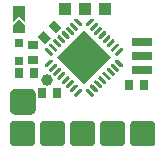
<source format=gts>
G04 DipTrace Beta 2.3.5.2*
%INOpenSky_NoLDO.GTS*%
%MOIN*%
%ADD20R,0.0276X0.0354*%
%ADD22R,0.0315X0.0315*%
%ADD23R,0.0394X0.0394*%
%ADD24R,0.0354X0.0276*%
%ADD25C,0.0394*%
%FSLAX44Y44*%
G04*
G70*
G90*
G75*
G01*
%LNTopMask*%
%LPD*%
G36*
X390Y4481D2*
X595Y4277D1*
Y4823D1*
X185D1*
Y4277D1*
X390Y4481D1*
G37*
G36*
X185Y3918D2*
Y4191D1*
X390Y4395D1*
X595Y4191D1*
Y3918D1*
X185D1*
G37*
D20*
X4570Y2200D3*
X4058D3*
X1144Y1916D3*
X1656D3*
D22*
X390Y3590D3*
Y2999D3*
G36*
X795Y1205D2*
X245D1*
X229Y1206D1*
X214Y1208D1*
X199Y1212D1*
X184Y1218D1*
X170Y1225D1*
X157Y1234D1*
X145Y1244D1*
X134Y1255D1*
X124Y1267D1*
X115Y1280D1*
X108Y1294D1*
X102Y1309D1*
X98Y1324D1*
X96Y1339D1*
X95Y1355D1*
Y1905D1*
X96Y1921D1*
X98Y1936D1*
X102Y1951D1*
X108Y1966D1*
X115Y1980D1*
X124Y1993D1*
X134Y2005D1*
X145Y2016D1*
X157Y2026D1*
X170Y2035D1*
X184Y2042D1*
X199Y2048D1*
X214Y2052D1*
X229Y2054D1*
X245Y2055D1*
X795D1*
X811Y2054D1*
X826Y2052D1*
X841Y2048D1*
X856Y2042D1*
X870Y2035D1*
X883Y2026D1*
X895Y2016D1*
X906Y2005D1*
X916Y1993D1*
X925Y1980D1*
X932Y1966D1*
X938Y1951D1*
X942Y1936D1*
X944Y1921D1*
X945Y1905D1*
Y1355D1*
X944Y1339D1*
X942Y1324D1*
X938Y1309D1*
X932Y1294D1*
X925Y1280D1*
X916Y1267D1*
X906Y1255D1*
X895Y1244D1*
X883Y1234D1*
X870Y1225D1*
X856Y1218D1*
X841Y1212D1*
X826Y1208D1*
X811Y1206D1*
X795Y1205D1*
G37*
D23*
X2580Y4720D3*
X3270D3*
G36*
X85Y295D2*
Y845D1*
X86Y861D1*
X88Y876D1*
X92Y891D1*
X98Y906D1*
X105Y920D1*
X114Y933D1*
X124Y945D1*
X135Y956D1*
X147Y966D1*
X160Y975D1*
X174Y982D1*
X189Y988D1*
X204Y992D1*
X219Y994D1*
X235Y995D1*
X785D1*
X801Y994D1*
X816Y992D1*
X831Y988D1*
X846Y982D1*
X860Y975D1*
X873Y966D1*
X885Y956D1*
X896Y945D1*
X906Y933D1*
X915Y920D1*
X922Y906D1*
X928Y891D1*
X932Y876D1*
X934Y861D1*
X935Y845D1*
Y295D1*
X934Y279D1*
X932Y264D1*
X928Y249D1*
X922Y234D1*
X915Y220D1*
X906Y207D1*
X896Y195D1*
X885Y184D1*
X873Y174D1*
X860Y165D1*
X846Y158D1*
X831Y152D1*
X816Y148D1*
X801Y146D1*
X785Y145D1*
X235D1*
X219Y146D1*
X204Y148D1*
X189Y152D1*
X174Y158D1*
X160Y165D1*
X147Y174D1*
X135Y184D1*
X124Y195D1*
X114Y207D1*
X105Y220D1*
X98Y234D1*
X92Y249D1*
X88Y264D1*
X86Y279D1*
X85Y295D1*
G37*
G36*
X1785Y145D2*
X1235D1*
X1219Y146D1*
X1204Y148D1*
X1189Y152D1*
X1174Y158D1*
X1160Y165D1*
X1147Y174D1*
X1135Y184D1*
X1124Y195D1*
X1114Y207D1*
X1105Y220D1*
X1098Y234D1*
X1092Y249D1*
X1088Y264D1*
X1086Y279D1*
X1085Y295D1*
Y845D1*
X1086Y861D1*
X1088Y876D1*
X1092Y891D1*
X1098Y906D1*
X1105Y920D1*
X1114Y933D1*
X1124Y945D1*
X1135Y956D1*
X1147Y966D1*
X1160Y975D1*
X1174Y982D1*
X1189Y988D1*
X1204Y992D1*
X1219Y994D1*
X1235Y995D1*
X1785D1*
X1801Y994D1*
X1816Y992D1*
X1831Y988D1*
X1846Y982D1*
X1860Y975D1*
X1873Y966D1*
X1885Y956D1*
X1896Y945D1*
X1906Y933D1*
X1915Y920D1*
X1922Y906D1*
X1928Y891D1*
X1932Y876D1*
X1934Y861D1*
X1935Y845D1*
Y295D1*
X1934Y279D1*
X1932Y264D1*
X1928Y249D1*
X1922Y234D1*
X1915Y220D1*
X1906Y207D1*
X1896Y195D1*
X1885Y184D1*
X1873Y174D1*
X1860Y165D1*
X1846Y158D1*
X1831Y152D1*
X1816Y148D1*
X1801Y146D1*
X1785Y145D1*
G37*
G36*
X2085Y845D2*
Y295D1*
X2086Y279D1*
X2088Y264D1*
X2092Y249D1*
X2098Y234D1*
X2105Y220D1*
X2114Y207D1*
X2124Y195D1*
X2135Y184D1*
X2147Y174D1*
X2160Y165D1*
X2174Y158D1*
X2189Y152D1*
X2204Y148D1*
X2219Y146D1*
X2235Y145D1*
X2785D1*
X2801Y146D1*
X2816Y148D1*
X2831Y152D1*
X2846Y158D1*
X2860Y165D1*
X2873Y174D1*
X2885Y184D1*
X2896Y195D1*
X2906Y207D1*
X2915Y220D1*
X2922Y234D1*
X2928Y249D1*
X2932Y264D1*
X2934Y279D1*
X2935Y295D1*
Y845D1*
X2934Y861D1*
X2932Y876D1*
X2928Y891D1*
X2922Y906D1*
X2915Y920D1*
X2906Y933D1*
X2896Y945D1*
X2885Y956D1*
X2873Y966D1*
X2860Y975D1*
X2846Y982D1*
X2831Y988D1*
X2816Y992D1*
X2801Y994D1*
X2785Y995D1*
X2235D1*
X2219Y994D1*
X2204Y992D1*
X2189Y988D1*
X2174Y982D1*
X2160Y975D1*
X2147Y966D1*
X2135Y956D1*
X2124Y945D1*
X2114Y933D1*
X2105Y920D1*
X2098Y906D1*
X2092Y891D1*
X2088Y876D1*
X2086Y861D1*
X2085Y845D1*
G37*
G36*
X3235Y145D2*
X3785D1*
X3801Y146D1*
X3816Y148D1*
X3831Y152D1*
X3846Y158D1*
X3860Y165D1*
X3873Y174D1*
X3885Y184D1*
X3896Y195D1*
X3906Y207D1*
X3915Y220D1*
X3922Y234D1*
X3928Y249D1*
X3932Y264D1*
X3934Y279D1*
X3935Y295D1*
Y845D1*
X3934Y861D1*
X3932Y876D1*
X3928Y891D1*
X3922Y906D1*
X3915Y920D1*
X3906Y933D1*
X3896Y945D1*
X3885Y956D1*
X3873Y966D1*
X3860Y975D1*
X3846Y982D1*
X3831Y988D1*
X3816Y992D1*
X3801Y994D1*
X3785Y995D1*
X3235D1*
X3219Y994D1*
X3204Y992D1*
X3189Y988D1*
X3174Y982D1*
X3160Y975D1*
X3147Y966D1*
X3135Y956D1*
X3124Y945D1*
X3114Y933D1*
X3105Y920D1*
X3098Y906D1*
X3092Y891D1*
X3088Y876D1*
X3086Y861D1*
X3085Y845D1*
Y295D1*
X3086Y279D1*
X3088Y264D1*
X3092Y249D1*
X3098Y234D1*
X3105Y220D1*
X3114Y207D1*
X3124Y195D1*
X3135Y184D1*
X3147Y174D1*
X3160Y165D1*
X3174Y158D1*
X3189Y152D1*
X3204Y148D1*
X3219Y146D1*
X3235Y145D1*
G37*
G36*
X4239D2*
X4789D1*
X4805Y146D1*
X4820Y148D1*
X4835Y152D1*
X4850Y158D1*
X4864Y165D1*
X4877Y174D1*
X4889Y184D1*
X4900Y195D1*
X4910Y207D1*
X4919Y220D1*
X4926Y234D1*
X4932Y249D1*
X4936Y264D1*
X4938Y279D1*
X4939Y295D1*
Y845D1*
X4938Y861D1*
X4936Y876D1*
X4932Y891D1*
X4926Y906D1*
X4919Y920D1*
X4910Y933D1*
X4900Y945D1*
X4889Y956D1*
X4877Y966D1*
X4864Y975D1*
X4850Y982D1*
X4835Y988D1*
X4820Y992D1*
X4805Y994D1*
X4789Y995D1*
X4239D1*
X4223Y994D1*
X4208Y992D1*
X4193Y988D1*
X4178Y982D1*
X4164Y975D1*
X4151Y966D1*
X4139Y956D1*
X4127Y945D1*
X4118Y933D1*
X4109Y920D1*
X4102Y906D1*
X4096Y891D1*
X4092Y876D1*
X4090Y861D1*
X4089Y845D1*
Y295D1*
X4090Y279D1*
X4092Y264D1*
X4096Y249D1*
X4102Y234D1*
X4109Y220D1*
X4118Y207D1*
X4127Y195D1*
X4139Y184D1*
X4151Y174D1*
X4164Y165D1*
X4178Y158D1*
X4193Y152D1*
X4208Y148D1*
X4223Y146D1*
X4239Y145D1*
G37*
D20*
X890Y2590D3*
X378D3*
D24*
X850Y3530D3*
Y3018D3*
G36*
X997Y3798D2*
X1192Y3993D1*
X1443Y3742D1*
X1248Y3547D1*
X997Y3798D1*
G37*
G36*
X1359Y4160D2*
X1554Y4355D1*
X1805Y4104D1*
X1610Y3909D1*
X1359Y4160D1*
G37*
D25*
X1320Y2360D3*
D23*
X1920Y4720D3*
G36*
X2785Y1819D2*
X2807Y1805D1*
X2833Y1802D1*
X2858Y1811D1*
X2877Y1830D1*
X2885Y1854D1*
X2882Y1880D1*
X2868Y1903D1*
X2715Y2056D1*
X2693Y2070D1*
X2667Y2073D1*
X2642Y2064D1*
X2623Y2045D1*
X2615Y2021D1*
X2618Y1995D1*
X2632Y1972D1*
X2785Y1819D1*
G37*
G36*
X2924Y1958D2*
X2946Y1944D1*
X2972Y1941D1*
X2997Y1950D1*
X3016Y1969D1*
X3024Y1994D1*
X3021Y2020D1*
X3008Y2042D1*
X2854Y2195D1*
X2832Y2209D1*
X2806Y2212D1*
X2781Y2203D1*
X2763Y2185D1*
X2754Y2160D1*
X2757Y2134D1*
X2771Y2111D1*
X2924Y1958D1*
G37*
G36*
X3063Y2098D2*
X3085Y2084D1*
X3112Y2081D1*
X3136Y2089D1*
X3155Y2108D1*
X3164Y2133D1*
X3161Y2159D1*
X3147Y2181D1*
X2994Y2334D1*
X2971Y2348D1*
X2945Y2351D1*
X2920Y2342D1*
X2902Y2324D1*
X2893Y2299D1*
X2896Y2273D1*
X2910Y2251D1*
X3063Y2098D1*
G37*
G36*
X3202Y2237D2*
X3225Y2223D1*
X3251Y2220D1*
X3276Y2229D1*
X3294Y2247D1*
X3303Y2272D1*
X3300Y2298D1*
X3286Y2320D1*
X3133Y2473D1*
X3111Y2487D1*
X3084Y2490D1*
X3060Y2482D1*
X3041Y2463D1*
X3032Y2438D1*
X3035Y2412D1*
X3049Y2390D1*
X3202Y2237D1*
G37*
G36*
X3342Y2376D2*
X3364Y2362D1*
X3390Y2359D1*
X3415Y2368D1*
X3433Y2386D1*
X3442Y2411D1*
X3439Y2437D1*
X3425Y2459D1*
X3272Y2613D1*
X3250Y2627D1*
X3224Y2630D1*
X3199Y2621D1*
X3180Y2602D1*
X3172Y2577D1*
X3174Y2551D1*
X3188Y2529D1*
X3342Y2376D1*
G37*
G36*
X3481Y2515D2*
X3503Y2501D1*
X3529Y2498D1*
X3554Y2507D1*
X3573Y2525D1*
X3581Y2550D1*
X3578Y2576D1*
X3564Y2599D1*
X3411Y2752D1*
X3389Y2766D1*
X3363Y2769D1*
X3338Y2760D1*
X3319Y2741D1*
X3311Y2717D1*
X3314Y2691D1*
X3328Y2668D1*
X3481Y2515D1*
G37*
G36*
X3620Y2654D2*
X3642Y2640D1*
X3668Y2637D1*
X3693Y2646D1*
X3712Y2665D1*
X3720Y2689D1*
X3717Y2716D1*
X3703Y2738D1*
X3550Y2891D1*
X3528Y2905D1*
X3502Y2908D1*
X3477Y2899D1*
X3459Y2881D1*
X3450Y2856D1*
X3453Y2830D1*
X3467Y2807D1*
X3620Y2654D1*
G37*
G36*
X3759Y2794D2*
X3781Y2780D1*
X3808Y2777D1*
X3832Y2785D1*
X3851Y2804D1*
X3860Y2829D1*
X3857Y2855D1*
X3843Y2877D1*
X3690Y3030D1*
X3667Y3044D1*
X3641Y3047D1*
X3616Y3038D1*
X3598Y3020D1*
X3589Y2995D1*
X3592Y2969D1*
X3606Y2947D1*
X3759Y2794D1*
G37*
G36*
X3843Y3336D2*
X3857Y3359D1*
X3860Y3385D1*
X3851Y3410D1*
X3832Y3428D1*
X3808Y3437D1*
X3781Y3434D1*
X3759Y3420D1*
X3606Y3267D1*
X3592Y3245D1*
X3589Y3218D1*
X3598Y3194D1*
X3616Y3175D1*
X3641Y3166D1*
X3667Y3169D1*
X3690Y3183D1*
X3843Y3336D1*
G37*
G36*
X3703Y3476D2*
X3717Y3498D1*
X3720Y3524D1*
X3712Y3549D1*
X3693Y3567D1*
X3668Y3576D1*
X3642Y3573D1*
X3620Y3559D1*
X3467Y3406D1*
X3453Y3384D1*
X3450Y3358D1*
X3459Y3333D1*
X3477Y3314D1*
X3502Y3306D1*
X3528Y3308D1*
X3550Y3322D1*
X3703Y3476D1*
G37*
G36*
X3564Y3615D2*
X3578Y3637D1*
X3581Y3663D1*
X3573Y3688D1*
X3554Y3707D1*
X3529Y3715D1*
X3503Y3712D1*
X3481Y3698D1*
X3328Y3545D1*
X3314Y3523D1*
X3311Y3497D1*
X3319Y3472D1*
X3338Y3453D1*
X3363Y3445D1*
X3389Y3448D1*
X3411Y3462D1*
X3564Y3615D1*
G37*
G36*
X3425Y3754D2*
X3439Y3776D1*
X3442Y3802D1*
X3433Y3827D1*
X3415Y3846D1*
X3390Y3854D1*
X3364Y3851D1*
X3342Y3837D1*
X3188Y3684D1*
X3174Y3662D1*
X3172Y3636D1*
X3180Y3611D1*
X3199Y3593D1*
X3224Y3584D1*
X3250Y3587D1*
X3272Y3601D1*
X3425Y3754D1*
G37*
G36*
X3286Y3893D2*
X3300Y3915D1*
X3303Y3942D1*
X3294Y3966D1*
X3276Y3985D1*
X3251Y3994D1*
X3225Y3991D1*
X3202Y3977D1*
X3049Y3824D1*
X3035Y3801D1*
X3032Y3775D1*
X3041Y3750D1*
X3060Y3732D1*
X3084Y3723D1*
X3111Y3726D1*
X3133Y3740D1*
X3286Y3893D1*
G37*
G36*
X3147Y4032D2*
X3161Y4055D1*
X3164Y4081D1*
X3155Y4106D1*
X3136Y4124D1*
X3112Y4133D1*
X3085Y4130D1*
X3063Y4116D1*
X2910Y3963D1*
X2896Y3941D1*
X2893Y3914D1*
X2902Y3890D1*
X2920Y3871D1*
X2945Y3862D1*
X2971Y3865D1*
X2994Y3879D1*
X3147Y4032D1*
G37*
G36*
X3008Y4172D2*
X3021Y4194D1*
X3024Y4220D1*
X3016Y4245D1*
X2997Y4263D1*
X2972Y4272D1*
X2946Y4269D1*
X2924Y4255D1*
X2771Y4102D1*
X2757Y4080D1*
X2754Y4054D1*
X2763Y4029D1*
X2781Y4010D1*
X2806Y4002D1*
X2832Y4004D1*
X2854Y4018D1*
X3008Y4172D1*
G37*
G36*
X2868Y4311D2*
X2882Y4333D1*
X2885Y4359D1*
X2877Y4384D1*
X2858Y4403D1*
X2833Y4411D1*
X2807Y4408D1*
X2785Y4394D1*
X2632Y4241D1*
X2618Y4219D1*
X2615Y4193D1*
X2623Y4168D1*
X2642Y4149D1*
X2667Y4141D1*
X2693Y4144D1*
X2715Y4158D1*
X2868Y4311D1*
G37*
G36*
X2395Y4158D2*
X2417Y4144D1*
X2443Y4141D1*
X2468Y4149D1*
X2487Y4168D1*
X2495Y4193D1*
X2493Y4219D1*
X2479Y4241D1*
X2325Y4394D1*
X2303Y4408D1*
X2277Y4411D1*
X2252Y4403D1*
X2234Y4384D1*
X2225Y4359D1*
X2228Y4333D1*
X2242Y4311D1*
X2395Y4158D1*
G37*
G36*
X2256Y4018D2*
X2278Y4004D1*
X2304Y4002D1*
X2329Y4010D1*
X2348Y4029D1*
X2356Y4054D1*
X2353Y4080D1*
X2339Y4102D1*
X2186Y4255D1*
X2164Y4269D1*
X2138Y4272D1*
X2113Y4263D1*
X2095Y4245D1*
X2086Y4220D1*
X2089Y4194D1*
X2103Y4172D1*
X2256Y4018D1*
G37*
G36*
X2117Y3879D2*
X2139Y3865D1*
X2165Y3862D1*
X2190Y3871D1*
X2208Y3890D1*
X2217Y3914D1*
X2214Y3941D1*
X2200Y3963D1*
X2047Y4116D1*
X2025Y4130D1*
X1999Y4133D1*
X1974Y4124D1*
X1955Y4106D1*
X1947Y4081D1*
X1950Y4055D1*
X1964Y4032D1*
X2117Y3879D1*
G37*
G36*
X1977Y3740D2*
X2000Y3726D1*
X2026Y3723D1*
X2051Y3732D1*
X2069Y3750D1*
X2078Y3775D1*
X2075Y3801D1*
X2061Y3824D1*
X1908Y3977D1*
X1886Y3991D1*
X1860Y3994D1*
X1835Y3985D1*
X1816Y3966D1*
X1807Y3942D1*
X1810Y3915D1*
X1824Y3893D1*
X1977Y3740D1*
G37*
G36*
X1838Y3601D2*
X1861Y3587D1*
X1887Y3584D1*
X1911Y3593D1*
X1930Y3611D1*
X1939Y3636D1*
X1936Y3662D1*
X1922Y3684D1*
X1769Y3837D1*
X1746Y3851D1*
X1720Y3854D1*
X1696Y3846D1*
X1677Y3827D1*
X1668Y3802D1*
X1671Y3776D1*
X1685Y3754D1*
X1838Y3601D1*
G37*
G36*
X1699Y3462D2*
X1721Y3448D1*
X1747Y3445D1*
X1772Y3453D1*
X1791Y3472D1*
X1800Y3497D1*
X1797Y3523D1*
X1783Y3545D1*
X1629Y3698D1*
X1607Y3712D1*
X1581Y3715D1*
X1556Y3707D1*
X1538Y3688D1*
X1529Y3663D1*
X1532Y3637D1*
X1546Y3615D1*
X1699Y3462D1*
G37*
G36*
X1560Y3322D2*
X1582Y3308D1*
X1608Y3306D1*
X1633Y3314D1*
X1652Y3333D1*
X1660Y3358D1*
X1657Y3384D1*
X1643Y3406D1*
X1490Y3559D1*
X1468Y3573D1*
X1442Y3576D1*
X1417Y3567D1*
X1399Y3549D1*
X1390Y3524D1*
X1393Y3498D1*
X1407Y3476D1*
X1560Y3322D1*
G37*
G36*
X1421Y3183D2*
X1443Y3169D1*
X1469Y3166D1*
X1494Y3175D1*
X1512Y3194D1*
X1521Y3218D1*
X1518Y3245D1*
X1504Y3267D1*
X1351Y3420D1*
X1329Y3434D1*
X1303Y3437D1*
X1278Y3428D1*
X1259Y3410D1*
X1251Y3385D1*
X1254Y3359D1*
X1268Y3336D1*
X1421Y3183D1*
G37*
G36*
X1504Y2947D2*
X1518Y2969D1*
X1521Y2995D1*
X1512Y3020D1*
X1494Y3038D1*
X1469Y3047D1*
X1443Y3044D1*
X1421Y3030D1*
X1268Y2877D1*
X1254Y2855D1*
X1251Y2829D1*
X1259Y2804D1*
X1278Y2785D1*
X1303Y2777D1*
X1329Y2780D1*
X1351Y2794D1*
X1504Y2947D1*
G37*
G36*
X1643Y2807D2*
X1657Y2830D1*
X1660Y2856D1*
X1652Y2881D1*
X1633Y2899D1*
X1608Y2908D1*
X1582Y2905D1*
X1560Y2891D1*
X1407Y2738D1*
X1393Y2716D1*
X1390Y2689D1*
X1399Y2665D1*
X1417Y2646D1*
X1442Y2637D1*
X1468Y2640D1*
X1490Y2654D1*
X1643Y2807D1*
G37*
G36*
X1783Y2668D2*
X1797Y2691D1*
X1800Y2717D1*
X1791Y2741D1*
X1772Y2760D1*
X1747Y2769D1*
X1721Y2766D1*
X1699Y2752D1*
X1546Y2599D1*
X1532Y2576D1*
X1529Y2550D1*
X1538Y2525D1*
X1556Y2507D1*
X1581Y2498D1*
X1607Y2501D1*
X1629Y2515D1*
X1783Y2668D1*
G37*
G36*
X1922Y2529D2*
X1936Y2551D1*
X1939Y2577D1*
X1930Y2602D1*
X1911Y2621D1*
X1887Y2630D1*
X1861Y2627D1*
X1838Y2613D1*
X1685Y2459D1*
X1671Y2437D1*
X1668Y2411D1*
X1677Y2386D1*
X1696Y2368D1*
X1720Y2359D1*
X1746Y2362D1*
X1769Y2376D1*
X1922Y2529D1*
G37*
G36*
X2061Y2390D2*
X2075Y2412D1*
X2078Y2438D1*
X2069Y2463D1*
X2051Y2482D1*
X2026Y2490D1*
X2000Y2487D1*
X1977Y2473D1*
X1824Y2320D1*
X1810Y2298D1*
X1807Y2272D1*
X1816Y2247D1*
X1835Y2229D1*
X1860Y2220D1*
X1886Y2223D1*
X1908Y2237D1*
X2061Y2390D1*
G37*
G36*
X2200Y2251D2*
X2214Y2273D1*
X2217Y2299D1*
X2208Y2324D1*
X2190Y2342D1*
X2165Y2351D1*
X2139Y2348D1*
X2117Y2334D1*
X1964Y2181D1*
X1950Y2159D1*
X1947Y2133D1*
X1955Y2108D1*
X1974Y2089D1*
X1999Y2081D1*
X2025Y2084D1*
X2047Y2098D1*
X2200Y2251D1*
G37*
G36*
X2339Y2111D2*
X2353Y2134D1*
X2356Y2160D1*
X2348Y2185D1*
X2329Y2203D1*
X2304Y2212D1*
X2278Y2209D1*
X2256Y2195D1*
X2103Y2042D1*
X2089Y2020D1*
X2086Y1994D1*
X2095Y1969D1*
X2113Y1950D1*
X2138Y1941D1*
X2164Y1944D1*
X2186Y1958D1*
X2339Y2111D1*
G37*
G36*
X2479Y1972D2*
X2493Y1995D1*
X2495Y2021D1*
X2487Y2045D1*
X2468Y2064D1*
X2443Y2073D1*
X2417Y2070D1*
X2395Y2056D1*
X2242Y1903D1*
X2228Y1880D1*
X2225Y1854D1*
X2234Y1830D1*
X2252Y1811D1*
X2277Y1802D1*
X2303Y1805D1*
X2325Y1819D1*
X2479Y1972D1*
G37*
G36*
X2555Y2202D2*
X1650Y3107D1*
X2555Y4011D1*
X3460Y3107D1*
X2555Y2202D1*
G37*
G36*
X4165Y2828D2*
Y2552D1*
X4835D1*
Y2828D1*
X4165D1*
G37*
G36*
Y3300D2*
Y3025D1*
X4835D1*
Y3300D1*
X4165D1*
G37*
G36*
Y3773D2*
Y3497D1*
X4835D1*
Y3773D1*
X4165D1*
G37*
M02*

</source>
